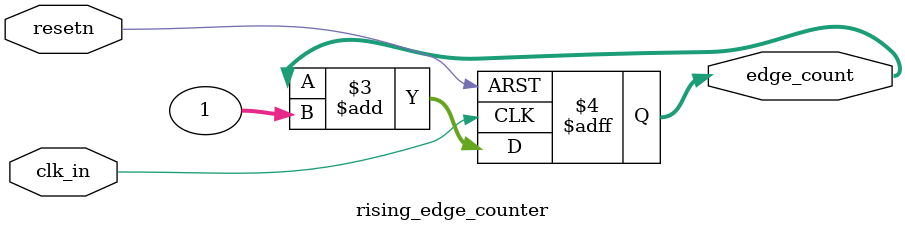
<source format=v>

`timescale 1 ns / 1 ps

module rising_edge_counter #
(
    parameter integer COUNTER_WIDTH = 64
)
(
    input wire clk_in,
    input wire resetn,
    output reg [COUNTER_WIDTH-1 : 0] edge_count
);

always @(posedge clk_in or negedge resetn) begin
    if (!resetn) begin
        edge_count <= {COUNTER_WIDTH{1'b0}}; // Reset the counter
    end else begin
        edge_count <= edge_count + 1; // Increment the counter on each rising edge
    end
end

endmodule
</source>
